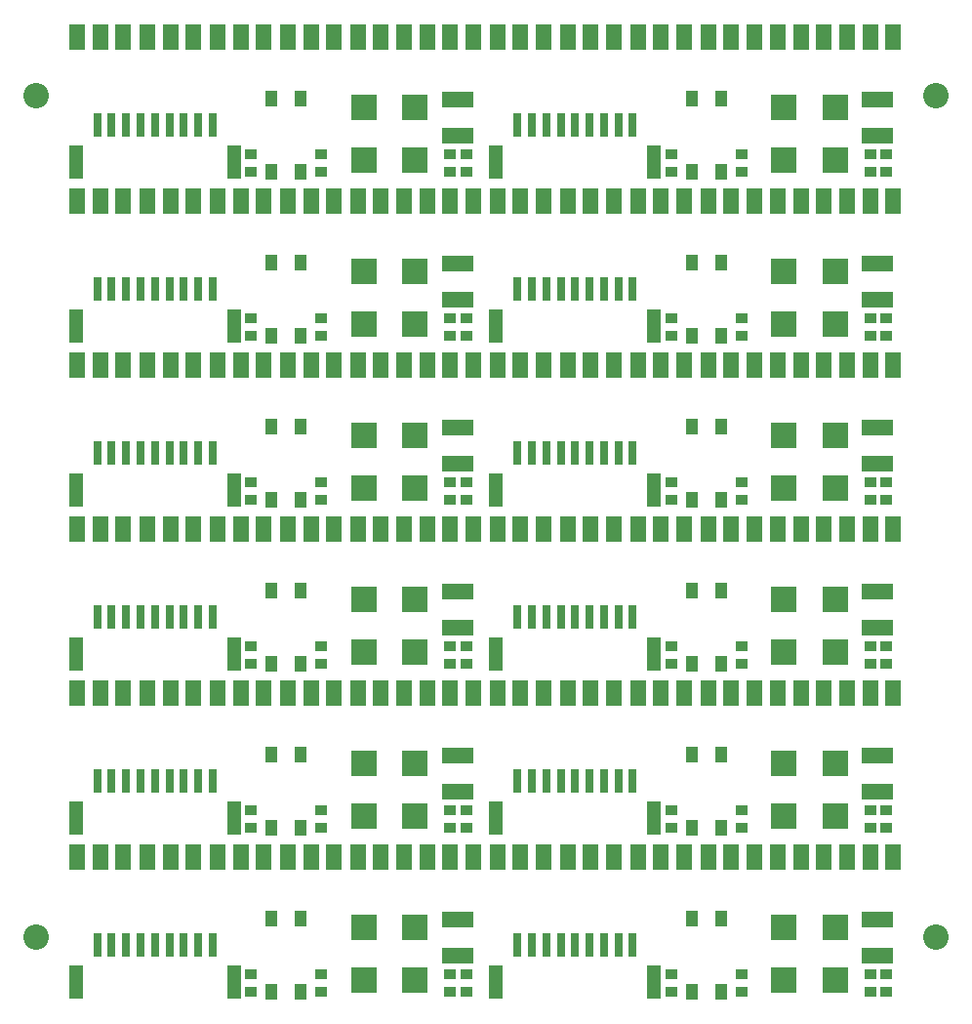
<source format=gts>
G04 Layer_Color=8388736*
%FSLAX25Y25*%
%MOIN*%
G70*
G01*
G75*
%ADD46R,0.04737X0.11430*%
%ADD47R,0.03162X0.07887*%
%ADD48R,0.05524X0.08674*%
%ADD49R,0.08800X0.08800*%
%ADD50R,0.04400X0.03200*%
%ADD51R,0.04000X0.05600*%
%ADD52R,0.10800X0.05600*%
%ADD53C,0.08674*%
D46*
X57653Y7205D02*
D03*
X3717D02*
D03*
X201153D02*
D03*
X147216D02*
D03*
X57653Y63205D02*
D03*
X3717D02*
D03*
X201153D02*
D03*
X147216D02*
D03*
X57653Y119205D02*
D03*
X3717D02*
D03*
X201153D02*
D03*
X147216D02*
D03*
X57653Y175205D02*
D03*
X3717D02*
D03*
X201153D02*
D03*
X147216D02*
D03*
X57653Y231205D02*
D03*
X3717D02*
D03*
X201153D02*
D03*
X147216D02*
D03*
X57653Y287205D02*
D03*
X3717D02*
D03*
X201153D02*
D03*
X147216D02*
D03*
D47*
X50370Y20000D02*
D03*
X45449D02*
D03*
X40528D02*
D03*
X35606D02*
D03*
X30685D02*
D03*
X25764D02*
D03*
X20843D02*
D03*
X15921D02*
D03*
X11000D02*
D03*
X193870D02*
D03*
X188949D02*
D03*
X184028D02*
D03*
X179106D02*
D03*
X174185D02*
D03*
X169264D02*
D03*
X164342D02*
D03*
X159421D02*
D03*
X154500D02*
D03*
X50370Y76000D02*
D03*
X45449D02*
D03*
X40528D02*
D03*
X35606D02*
D03*
X30685D02*
D03*
X25764D02*
D03*
X20843D02*
D03*
X15921D02*
D03*
X11000D02*
D03*
X193870D02*
D03*
X188949D02*
D03*
X184028D02*
D03*
X179106D02*
D03*
X174185D02*
D03*
X169264D02*
D03*
X164342D02*
D03*
X159421D02*
D03*
X154500D02*
D03*
X50370Y132000D02*
D03*
X45449D02*
D03*
X40528D02*
D03*
X35606D02*
D03*
X30685D02*
D03*
X25764D02*
D03*
X20843D02*
D03*
X15921D02*
D03*
X11000D02*
D03*
X193870D02*
D03*
X188949D02*
D03*
X184028D02*
D03*
X179106D02*
D03*
X174185D02*
D03*
X169264D02*
D03*
X164342D02*
D03*
X159421D02*
D03*
X154500D02*
D03*
X50370Y188000D02*
D03*
X45449D02*
D03*
X40528D02*
D03*
X35606D02*
D03*
X30685D02*
D03*
X25764D02*
D03*
X20843D02*
D03*
X15921D02*
D03*
X11000D02*
D03*
X193870D02*
D03*
X188949D02*
D03*
X184028D02*
D03*
X179106D02*
D03*
X174185D02*
D03*
X169264D02*
D03*
X164342D02*
D03*
X159421D02*
D03*
X154500D02*
D03*
X50370Y244000D02*
D03*
X45449D02*
D03*
X40528D02*
D03*
X35606D02*
D03*
X30685D02*
D03*
X25764D02*
D03*
X20843D02*
D03*
X15921D02*
D03*
X11000D02*
D03*
X193870D02*
D03*
X188949D02*
D03*
X184028D02*
D03*
X179106D02*
D03*
X174185D02*
D03*
X169264D02*
D03*
X164342D02*
D03*
X159421D02*
D03*
X154500D02*
D03*
X50370Y300000D02*
D03*
X45449D02*
D03*
X40528D02*
D03*
X35606D02*
D03*
X30685D02*
D03*
X25764D02*
D03*
X20843D02*
D03*
X15921D02*
D03*
X11000D02*
D03*
X193870D02*
D03*
X188949D02*
D03*
X184028D02*
D03*
X179106D02*
D03*
X174185D02*
D03*
X169264D02*
D03*
X164342D02*
D03*
X159421D02*
D03*
X154500D02*
D03*
D48*
X139374Y50000D02*
D03*
X131500D02*
D03*
X123626D02*
D03*
X19874D02*
D03*
X12000D02*
D03*
X4126D02*
D03*
X115748D02*
D03*
X107874D02*
D03*
X100000D02*
D03*
X91874D02*
D03*
X84000D02*
D03*
X76126D02*
D03*
X67874D02*
D03*
X60000D02*
D03*
X52126D02*
D03*
X43874D02*
D03*
X36000D02*
D03*
X28126D02*
D03*
X282874D02*
D03*
X275000D02*
D03*
X267126D02*
D03*
X163374D02*
D03*
X155500D02*
D03*
X147626D02*
D03*
X259248D02*
D03*
X251374D02*
D03*
X243500D02*
D03*
X235374D02*
D03*
X227500D02*
D03*
X219626D02*
D03*
X211374D02*
D03*
X203500D02*
D03*
X195626D02*
D03*
X187374D02*
D03*
X179500D02*
D03*
X171626D02*
D03*
X139374Y106000D02*
D03*
X131500D02*
D03*
X123626D02*
D03*
X19874D02*
D03*
X12000D02*
D03*
X4126D02*
D03*
X115748D02*
D03*
X107874D02*
D03*
X100000D02*
D03*
X91874D02*
D03*
X84000D02*
D03*
X76126D02*
D03*
X67874D02*
D03*
X60000D02*
D03*
X52126D02*
D03*
X43874D02*
D03*
X36000D02*
D03*
X28126D02*
D03*
X282874D02*
D03*
X275000D02*
D03*
X267126D02*
D03*
X163374D02*
D03*
X155500D02*
D03*
X147626D02*
D03*
X259248D02*
D03*
X251374D02*
D03*
X243500D02*
D03*
X235374D02*
D03*
X227500D02*
D03*
X219626D02*
D03*
X211374D02*
D03*
X203500D02*
D03*
X195626D02*
D03*
X187374D02*
D03*
X179500D02*
D03*
X171626D02*
D03*
X139374Y162000D02*
D03*
X131500D02*
D03*
X123626D02*
D03*
X19874D02*
D03*
X12000D02*
D03*
X4126D02*
D03*
X115748D02*
D03*
X107874D02*
D03*
X100000D02*
D03*
X91874D02*
D03*
X84000D02*
D03*
X76126D02*
D03*
X67874D02*
D03*
X60000D02*
D03*
X52126D02*
D03*
X43874D02*
D03*
X36000D02*
D03*
X28126D02*
D03*
X282874D02*
D03*
X275000D02*
D03*
X267126D02*
D03*
X163374D02*
D03*
X155500D02*
D03*
X147626D02*
D03*
X259248D02*
D03*
X251374D02*
D03*
X243500D02*
D03*
X235374D02*
D03*
X227500D02*
D03*
X219626D02*
D03*
X211374D02*
D03*
X203500D02*
D03*
X195626D02*
D03*
X187374D02*
D03*
X179500D02*
D03*
X171626D02*
D03*
X139374Y218000D02*
D03*
X131500D02*
D03*
X123626D02*
D03*
X19874D02*
D03*
X12000D02*
D03*
X4126D02*
D03*
X115748D02*
D03*
X107874D02*
D03*
X100000D02*
D03*
X91874D02*
D03*
X84000D02*
D03*
X76126D02*
D03*
X67874D02*
D03*
X60000D02*
D03*
X52126D02*
D03*
X43874D02*
D03*
X36000D02*
D03*
X28126D02*
D03*
X282874D02*
D03*
X275000D02*
D03*
X267126D02*
D03*
X163374D02*
D03*
X155500D02*
D03*
X147626D02*
D03*
X259248D02*
D03*
X251374D02*
D03*
X243500D02*
D03*
X235374D02*
D03*
X227500D02*
D03*
X219626D02*
D03*
X211374D02*
D03*
X203500D02*
D03*
X195626D02*
D03*
X187374D02*
D03*
X179500D02*
D03*
X171626D02*
D03*
X139374Y274000D02*
D03*
X131500D02*
D03*
X123626D02*
D03*
X19874D02*
D03*
X12000D02*
D03*
X4126D02*
D03*
X115748D02*
D03*
X107874D02*
D03*
X100000D02*
D03*
X91874D02*
D03*
X84000D02*
D03*
X76126D02*
D03*
X67874D02*
D03*
X60000D02*
D03*
X52126D02*
D03*
X43874D02*
D03*
X36000D02*
D03*
X28126D02*
D03*
X282874D02*
D03*
X275000D02*
D03*
X267126D02*
D03*
X163374D02*
D03*
X155500D02*
D03*
X147626D02*
D03*
X259248D02*
D03*
X251374D02*
D03*
X243500D02*
D03*
X235374D02*
D03*
X227500D02*
D03*
X219626D02*
D03*
X211374D02*
D03*
X203500D02*
D03*
X195626D02*
D03*
X187374D02*
D03*
X179500D02*
D03*
X171626D02*
D03*
X139374Y330000D02*
D03*
X131500D02*
D03*
X123626D02*
D03*
X19874D02*
D03*
X12000D02*
D03*
X4126D02*
D03*
X115748D02*
D03*
X107874D02*
D03*
X100000D02*
D03*
X91874D02*
D03*
X84000D02*
D03*
X76126D02*
D03*
X67874D02*
D03*
X60000D02*
D03*
X52126D02*
D03*
X43874D02*
D03*
X36000D02*
D03*
X28126D02*
D03*
X282874D02*
D03*
X275000D02*
D03*
X267126D02*
D03*
X163374D02*
D03*
X155500D02*
D03*
X147626D02*
D03*
X259248D02*
D03*
X251374D02*
D03*
X243500D02*
D03*
X235374D02*
D03*
X227500D02*
D03*
X219626D02*
D03*
X211374D02*
D03*
X203500D02*
D03*
X195626D02*
D03*
X187374D02*
D03*
X179500D02*
D03*
X171626D02*
D03*
D49*
X119500Y8000D02*
D03*
Y26000D02*
D03*
X102000Y8000D02*
D03*
Y26000D02*
D03*
X263000Y8000D02*
D03*
Y26000D02*
D03*
X245500Y8000D02*
D03*
Y26000D02*
D03*
X119500Y64000D02*
D03*
Y82000D02*
D03*
X102000Y64000D02*
D03*
Y82000D02*
D03*
X263000Y64000D02*
D03*
Y82000D02*
D03*
X245500Y64000D02*
D03*
Y82000D02*
D03*
X119500Y120000D02*
D03*
Y138000D02*
D03*
X102000Y120000D02*
D03*
Y138000D02*
D03*
X263000Y120000D02*
D03*
Y138000D02*
D03*
X245500Y120000D02*
D03*
Y138000D02*
D03*
X119500Y176000D02*
D03*
Y194000D02*
D03*
X102000Y176000D02*
D03*
Y194000D02*
D03*
X263000Y176000D02*
D03*
Y194000D02*
D03*
X245500Y176000D02*
D03*
Y194000D02*
D03*
X119500Y232000D02*
D03*
Y250000D02*
D03*
X102000Y232000D02*
D03*
Y250000D02*
D03*
X263000Y232000D02*
D03*
Y250000D02*
D03*
X245500Y232000D02*
D03*
Y250000D02*
D03*
X119500Y288000D02*
D03*
Y306000D02*
D03*
X102000Y288000D02*
D03*
Y306000D02*
D03*
X263000Y288000D02*
D03*
Y306000D02*
D03*
X245500Y288000D02*
D03*
Y306000D02*
D03*
D50*
X87500Y3950D02*
D03*
Y10050D02*
D03*
X63500Y3950D02*
D03*
Y10050D02*
D03*
X131500D02*
D03*
Y3950D02*
D03*
X137000Y4024D02*
D03*
Y9976D02*
D03*
X231000Y3950D02*
D03*
Y10050D02*
D03*
X207000Y3950D02*
D03*
Y10050D02*
D03*
X275000D02*
D03*
Y3950D02*
D03*
X280500Y4024D02*
D03*
Y9976D02*
D03*
X87500Y59950D02*
D03*
Y66050D02*
D03*
X63500Y59950D02*
D03*
Y66050D02*
D03*
X131500D02*
D03*
Y59950D02*
D03*
X137000Y60024D02*
D03*
Y65976D02*
D03*
X231000Y59950D02*
D03*
Y66050D02*
D03*
X207000Y59950D02*
D03*
Y66050D02*
D03*
X275000D02*
D03*
Y59950D02*
D03*
X280500Y60024D02*
D03*
Y65976D02*
D03*
X87500Y115950D02*
D03*
Y122050D02*
D03*
X63500Y115950D02*
D03*
Y122050D02*
D03*
X131500D02*
D03*
Y115950D02*
D03*
X137000Y116024D02*
D03*
Y121976D02*
D03*
X231000Y115950D02*
D03*
Y122050D02*
D03*
X207000Y115950D02*
D03*
Y122050D02*
D03*
X275000D02*
D03*
Y115950D02*
D03*
X280500Y116024D02*
D03*
Y121976D02*
D03*
X87500Y171950D02*
D03*
Y178050D02*
D03*
X63500Y171950D02*
D03*
Y178050D02*
D03*
X131500D02*
D03*
Y171950D02*
D03*
X137000Y172024D02*
D03*
Y177976D02*
D03*
X231000Y171950D02*
D03*
Y178050D02*
D03*
X207000Y171950D02*
D03*
Y178050D02*
D03*
X275000D02*
D03*
Y171950D02*
D03*
X280500Y172024D02*
D03*
Y177976D02*
D03*
X87500Y227950D02*
D03*
Y234050D02*
D03*
X63500Y227950D02*
D03*
Y234050D02*
D03*
X131500D02*
D03*
Y227950D02*
D03*
X137000Y228024D02*
D03*
Y233976D02*
D03*
X231000Y227950D02*
D03*
Y234050D02*
D03*
X207000Y227950D02*
D03*
Y234050D02*
D03*
X275000D02*
D03*
Y227950D02*
D03*
X280500Y228024D02*
D03*
Y233976D02*
D03*
X87500Y283950D02*
D03*
Y290050D02*
D03*
X63500Y283950D02*
D03*
Y290050D02*
D03*
X131500D02*
D03*
Y283950D02*
D03*
X137000Y284024D02*
D03*
Y289976D02*
D03*
X231000Y283950D02*
D03*
Y290050D02*
D03*
X207000Y283950D02*
D03*
Y290050D02*
D03*
X275000D02*
D03*
Y283950D02*
D03*
X280500Y284024D02*
D03*
Y289976D02*
D03*
D51*
X80500Y29000D02*
D03*
X70500D02*
D03*
Y4098D02*
D03*
X80500D02*
D03*
X224000Y29000D02*
D03*
X214000D02*
D03*
Y4098D02*
D03*
X224000D02*
D03*
X80500Y85000D02*
D03*
X70500D02*
D03*
Y60098D02*
D03*
X80500D02*
D03*
X224000Y85000D02*
D03*
X214000D02*
D03*
Y60098D02*
D03*
X224000D02*
D03*
X80500Y141000D02*
D03*
X70500D02*
D03*
Y116098D02*
D03*
X80500D02*
D03*
X224000Y141000D02*
D03*
X214000D02*
D03*
Y116098D02*
D03*
X224000D02*
D03*
X80500Y197000D02*
D03*
X70500D02*
D03*
Y172098D02*
D03*
X80500D02*
D03*
X224000Y197000D02*
D03*
X214000D02*
D03*
Y172098D02*
D03*
X224000D02*
D03*
X80500Y253000D02*
D03*
X70500D02*
D03*
Y228098D02*
D03*
X80500D02*
D03*
X224000Y253000D02*
D03*
X214000D02*
D03*
Y228098D02*
D03*
X224000D02*
D03*
X80500Y309000D02*
D03*
X70500D02*
D03*
Y284098D02*
D03*
X80500D02*
D03*
X224000Y309000D02*
D03*
X214000D02*
D03*
Y284098D02*
D03*
X224000D02*
D03*
D52*
X134000Y28800D02*
D03*
Y16201D02*
D03*
X277500Y28800D02*
D03*
Y16201D02*
D03*
X134000Y84800D02*
D03*
Y72201D02*
D03*
X277500Y84800D02*
D03*
Y72201D02*
D03*
X134000Y140800D02*
D03*
Y128201D02*
D03*
X277500Y140800D02*
D03*
Y128201D02*
D03*
X134000Y196800D02*
D03*
Y184201D02*
D03*
X277500Y196800D02*
D03*
Y184201D02*
D03*
X134000Y252800D02*
D03*
Y240201D02*
D03*
X277500Y252800D02*
D03*
Y240201D02*
D03*
X134000Y308800D02*
D03*
Y296201D02*
D03*
X277500Y308800D02*
D03*
Y296201D02*
D03*
D53*
X-10000Y22500D02*
D03*
Y310000D02*
D03*
X297500D02*
D03*
Y22500D02*
D03*
M02*

</source>
